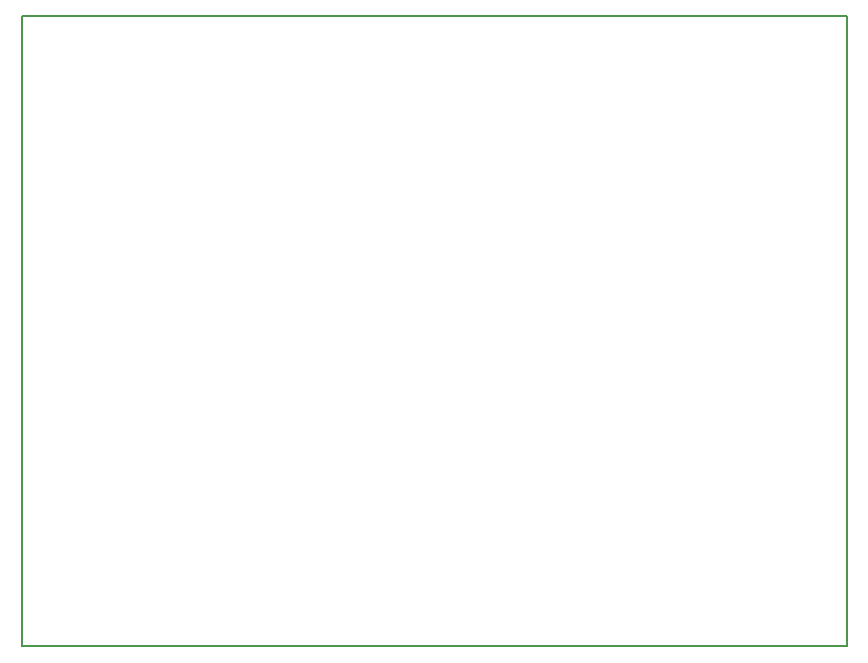
<source format=gbr>
G04 #@! TF.GenerationSoftware,KiCad,Pcbnew,(2017-06-08 revision 33e0758)-master*
G04 #@! TF.CreationDate,2017-06-14T10:18:05-04:00*
G04 #@! TF.ProjectId,attempt-2,617474656D70742D322E6B696361645F,rev?*
G04 #@! TF.FileFunction,Profile,NP*
%FSLAX46Y46*%
G04 Gerber Fmt 4.6, Leading zero omitted, Abs format (unit mm)*
G04 Created by KiCad (PCBNEW (2017-06-08 revision 33e0758)-master) date Wednesday, June 14, 2017 'AMt' 10:18:05 AM*
%MOMM*%
%LPD*%
G01*
G04 APERTURE LIST*
%ADD10C,0.100000*%
%ADD11C,0.150000*%
G04 APERTURE END LIST*
D10*
D11*
X254000000Y-31750000D02*
X254000000Y-31750000D01*
X184150000Y-31750000D02*
X254000000Y-31750000D01*
X184150000Y-85090000D02*
X184150000Y-31750000D01*
X254000000Y-85090000D02*
X184150000Y-85090000D01*
X254000000Y-31750000D02*
X254000000Y-85090000D01*
M02*

</source>
